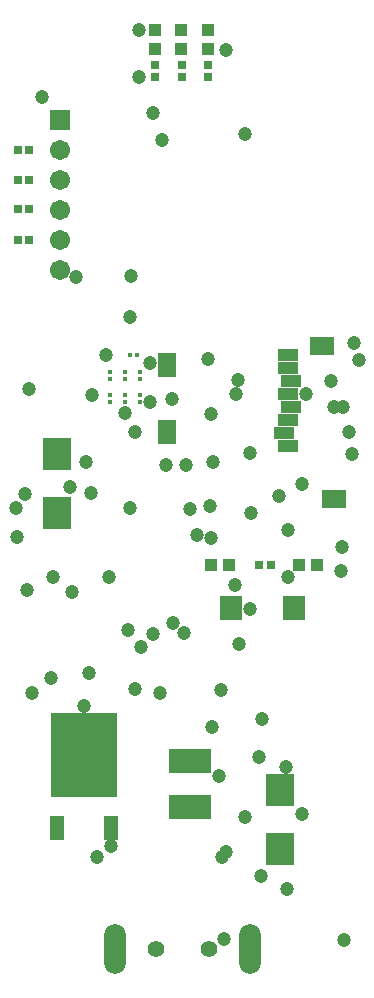
<source format=gbs>
G04 Layer_Color=16711935*
%FSLAX24Y24*%
%MOIN*%
G70*
G01*
G75*
%ADD57R,0.0177X0.0177*%
%ADD61R,0.0177X0.0177*%
%ADD62R,0.0316X0.0277*%
%ADD69R,0.0277X0.0316*%
%ADD74C,0.0671*%
%ADD75R,0.0671X0.0671*%
%ADD76C,0.0552*%
%ADD77O,0.0730X0.1655*%
%ADD78C,0.0474*%
%ADD79R,0.0454X0.0828*%
%ADD80R,0.2245X0.2797*%
%ADD81R,0.0946X0.1104*%
%ADD82R,0.0395X0.0395*%
%ADD83R,0.0671X0.0395*%
%ADD84R,0.0828X0.0631*%
%ADD85R,0.0631X0.0789*%
%ADD86R,0.0749X0.0789*%
%ADD87R,0.1419X0.0828*%
D57*
X37067Y40000D02*
D03*
Y39764D02*
D03*
X36073Y39252D02*
D03*
Y39016D02*
D03*
X36585Y39252D02*
D03*
Y39016D02*
D03*
X37067Y39252D02*
D03*
Y39016D02*
D03*
X36073Y40000D02*
D03*
Y39764D02*
D03*
X36585Y40000D02*
D03*
Y39764D02*
D03*
D61*
X36762Y40581D02*
D03*
X36998D02*
D03*
D62*
X37579Y50246D02*
D03*
Y49852D02*
D03*
X38474Y50246D02*
D03*
Y49852D02*
D03*
X39350Y50246D02*
D03*
Y49852D02*
D03*
D69*
X41053Y33563D02*
D03*
X41447D02*
D03*
X33396Y44390D02*
D03*
X33002D02*
D03*
Y45433D02*
D03*
X33396D02*
D03*
X33002Y47411D02*
D03*
X33396D02*
D03*
X33002Y46407D02*
D03*
X33396D02*
D03*
D74*
X34419Y43415D02*
D03*
Y44415D02*
D03*
Y45415D02*
D03*
Y46415D02*
D03*
Y47415D02*
D03*
D75*
Y48415D02*
D03*
D76*
X39380Y20758D02*
D03*
X37608D02*
D03*
D77*
X40738D02*
D03*
X36250D02*
D03*
D78*
X38170Y31650D02*
D03*
X39956Y23996D02*
D03*
X32950Y35470D02*
D03*
X36930Y29450D02*
D03*
X36792Y43210D02*
D03*
X44220Y40980D02*
D03*
X44040Y37990D02*
D03*
X44140Y37280D02*
D03*
X34810Y32660D02*
D03*
X36670Y31407D02*
D03*
X34100Y29790D02*
D03*
X33240Y35940D02*
D03*
X39769Y29411D02*
D03*
X35490Y39252D02*
D03*
X39450Y38610D02*
D03*
X39400Y35550D02*
D03*
X35940Y40580D02*
D03*
X39460Y34473D02*
D03*
X42000Y33180D02*
D03*
X37400Y40310D02*
D03*
Y39000D02*
D03*
X36580Y38640D02*
D03*
X39950Y50750D02*
D03*
X33472Y29318D02*
D03*
X37110Y30840D02*
D03*
X33830Y49170D02*
D03*
X35440Y35980D02*
D03*
X36750Y35460D02*
D03*
X38760Y35430D02*
D03*
X37940Y36920D02*
D03*
X36050Y33180D02*
D03*
X40394Y30939D02*
D03*
X37510Y48640D02*
D03*
X40740Y32100D02*
D03*
X40260Y32900D02*
D03*
X38970Y34560D02*
D03*
X42610Y39270D02*
D03*
X38560Y31320D02*
D03*
X42480Y25262D02*
D03*
X43839Y38823D02*
D03*
X43545D02*
D03*
X36110Y24190D02*
D03*
X35640Y23830D02*
D03*
X36900Y37993D02*
D03*
X34960Y43180D02*
D03*
X33396Y39439D02*
D03*
X33300Y32740D02*
D03*
X32990Y34516D02*
D03*
X37830Y47740D02*
D03*
X40570Y47952D02*
D03*
X39470Y28160D02*
D03*
X37500Y31260D02*
D03*
X39730Y26550D02*
D03*
X37760Y29290D02*
D03*
X39800Y23840D02*
D03*
X43890Y21070D02*
D03*
X37060Y51388D02*
D03*
Y49852D02*
D03*
X34180Y33170D02*
D03*
X39500Y36990D02*
D03*
X40760Y37310D02*
D03*
X40290Y39256D02*
D03*
X38605Y36920D02*
D03*
X43790Y33383D02*
D03*
X42470Y36270D02*
D03*
X41730Y35880D02*
D03*
X41050Y27180D02*
D03*
X40770Y35290D02*
D03*
X38160Y39090D02*
D03*
X36762Y41840D02*
D03*
X40584Y25186D02*
D03*
X41120Y23190D02*
D03*
X41978Y22785D02*
D03*
X42000Y34750D02*
D03*
X43840Y38823D02*
D03*
X44370Y40400D02*
D03*
X35377Y29968D02*
D03*
X35290Y37020D02*
D03*
X40340Y39730D02*
D03*
X39360Y40426D02*
D03*
X35220Y28860D02*
D03*
X43460Y39689D02*
D03*
X34760Y36159D02*
D03*
X41941Y26830D02*
D03*
X43800Y34170D02*
D03*
X41146Y28444D02*
D03*
X39872Y21120D02*
D03*
D79*
X36114Y24813D02*
D03*
X34319D02*
D03*
D80*
X35217Y27254D02*
D03*
D81*
X41762Y26073D02*
D03*
Y24104D02*
D03*
X34321Y35305D02*
D03*
Y37274D02*
D03*
D82*
X37579Y51388D02*
D03*
Y50758D02*
D03*
X39350Y51388D02*
D03*
Y50758D02*
D03*
X38465Y51388D02*
D03*
Y50758D02*
D03*
X42392Y33583D02*
D03*
X42982D02*
D03*
X39449Y33573D02*
D03*
X40039D02*
D03*
D83*
X42028Y40555D02*
D03*
Y40122D02*
D03*
X42106Y39689D02*
D03*
X42028Y39256D02*
D03*
X42106Y38823D02*
D03*
X42028Y38390D02*
D03*
X41870Y37957D02*
D03*
X42028Y37524D02*
D03*
D84*
X43150Y40866D02*
D03*
X43543Y35787D02*
D03*
D85*
X37972Y40236D02*
D03*
Y37992D02*
D03*
D86*
X42205Y32136D02*
D03*
X40118D02*
D03*
D87*
X38760Y27037D02*
D03*
Y25501D02*
D03*
M02*

</source>
